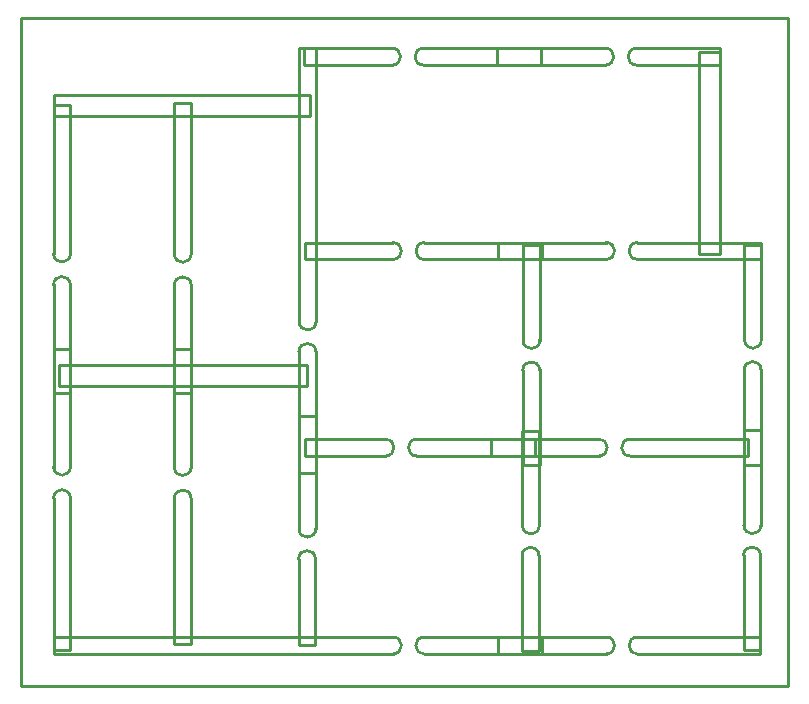
<source format=gko>
G04*
G04 #@! TF.GenerationSoftware,Altium Limited,Altium Designer,20.1.8 (145)*
G04*
G04 Layer_Color=16711935*
%FSLAX25Y25*%
%MOIN*%
G70*
G04*
G04 #@! TF.SameCoordinates,97AE0E28-4285-446D-9869-D3FBB0DEE563*
G04*
G04*
G04 #@! TF.FilePolarity,Positive*
G04*
G01*
G75*
%ADD14C,0.01000*%
D14*
X16535Y133661D02*
G03*
X10925Y133598I-2805J-46D01*
G01*
Y143996D02*
G03*
X16535Y144059I2805J46D01*
G01*
X10925Y72933D02*
G03*
X16535Y72996I2805J46D01*
G01*
Y62598D02*
G03*
X10925Y62535I-2805J-46D01*
G01*
X56791Y133563D02*
G03*
X51181Y133500I-2805J-46D01*
G01*
Y143898D02*
G03*
X56791Y143961I2805J46D01*
G01*
X51181Y72835D02*
G03*
X56791Y72898I2805J46D01*
G01*
Y62500D02*
G03*
X51181Y62437I-2805J-46D01*
G01*
X194882Y206890D02*
G03*
X194819Y212500I-46J2805D01*
G01*
X205217D02*
G03*
X205279Y206890I46J-2805D01*
G01*
X134153Y212500D02*
G03*
X134216Y206890I46J-2805D01*
G01*
X123819D02*
G03*
X123756Y212500I-46J2805D01*
G01*
X241043Y53445D02*
G03*
X246654Y53508I2805J46D01*
G01*
X246555Y43504D02*
G03*
X240945Y43441I-2805J-46D01*
G01*
X246752Y105315D02*
G03*
X241142Y105252I-2805J-46D01*
G01*
X241240Y115256D02*
G03*
X246850Y115319I2805J46D01*
G01*
X124114Y142126D02*
G03*
X124051Y147736I-46J2805D01*
G01*
X134449D02*
G03*
X134512Y142126I46J-2805D01*
G01*
X205512Y147736D02*
G03*
X205575Y142126I46J-2805D01*
G01*
X195177D02*
G03*
X195114Y147736I-46J2805D01*
G01*
X121653Y76575D02*
G03*
X121591Y82185I-46J2805D01*
G01*
X131988D02*
G03*
X132051Y76575I46J-2805D01*
G01*
X203051Y82185D02*
G03*
X203114Y76575I46J-2805D01*
G01*
X192717D02*
G03*
X192654Y82185I-46J2805D01*
G01*
X195177Y10630D02*
G03*
X195114Y16240I-46J2805D01*
G01*
X205512D02*
G03*
X205575Y10630I46J-2805D01*
G01*
X167421Y115157D02*
G03*
X173031Y115220I2805J46D01*
G01*
X172933Y105217D02*
G03*
X167323Y105154I-2805J-46D01*
G01*
X172736Y43406D02*
G03*
X167126Y43343I-2805J-46D01*
G01*
X167224Y53347D02*
G03*
X172835Y53409I2805J46D01*
G01*
X134449Y16240D02*
G03*
X134512Y10630I46J-2805D01*
G01*
X98327Y111368D02*
G03*
X92716Y111305I-2805J-46D01*
G01*
X92815Y121309D02*
G03*
X98425Y121372I2805J46D01*
G01*
X92716Y52264D02*
G03*
X98327Y52327I2805J46D01*
G01*
X98228Y42323D02*
G03*
X92618Y42260I-2805J-46D01*
G01*
X124114Y10630D02*
G03*
X124051Y16240I-46J2805D01*
G01*
X0Y0D02*
Y222441D01*
X255906D01*
Y0D02*
Y222441D01*
X0Y0D02*
X255906D01*
X11122Y189961D02*
X96260D01*
X11122D02*
Y196850D01*
X96260D01*
Y189961D02*
Y196850D01*
X12894Y99902D02*
X95472D01*
X12894D02*
Y106791D01*
X95472D01*
Y99902D02*
Y106791D01*
X10925Y97638D02*
Y133760D01*
X16535Y143898D02*
Y193504D01*
X10925Y143799D02*
Y193504D01*
X16535D01*
Y97638D02*
Y133858D01*
X10925Y97638D02*
X16535D01*
X10925Y11909D02*
X16535D01*
Y62795D01*
X10925Y112303D02*
X16535D01*
X10925Y72736D02*
Y112303D01*
X16535Y72835D02*
Y112303D01*
X10925Y11909D02*
Y62697D01*
X51181Y97539D02*
Y133661D01*
X56791Y143799D02*
Y194193D01*
X51181Y143701D02*
Y194193D01*
X56791D01*
Y97539D02*
Y133760D01*
X51181Y97539D02*
X56791D01*
X51181Y13976D02*
X56791D01*
Y62697D01*
X51181Y112205D02*
X56791D01*
X51181Y72638D02*
Y112205D01*
X56791Y72736D02*
Y112205D01*
X51181Y13976D02*
Y62598D01*
X226083Y143898D02*
X232972D01*
Y211122D01*
X226083D02*
X232972D01*
X226083Y143898D02*
Y211122D01*
X158858Y212500D02*
X194980D01*
X205118Y206890D02*
X232972D01*
X205020Y212500D02*
X232972D01*
Y206890D02*
Y212500D01*
X158858Y206890D02*
X195079D01*
X158858D02*
Y212500D01*
X94488Y206890D02*
Y212500D01*
Y206890D02*
X124016D01*
X173524D02*
Y212500D01*
X133957D02*
X173524D01*
X134055Y206890D02*
X173524D01*
X94488Y212500D02*
X123917D01*
X246654Y53347D02*
Y85138D01*
X241043Y53248D02*
Y85138D01*
X246654D01*
X246555Y11811D02*
Y43701D01*
X240945Y11811D02*
Y43602D01*
Y11811D02*
X246555D01*
X241142Y73622D02*
X246752D01*
X241142D02*
Y105413D01*
X246752Y73622D02*
Y105512D01*
X241240Y146949D02*
X246850D01*
X241240Y115059D02*
Y146949D01*
X246850Y115157D02*
Y146949D01*
X94784Y147736D02*
X124213D01*
X134350Y142126D02*
X173819D01*
X134252Y147736D02*
X173819D01*
Y142126D02*
Y147736D01*
X94784Y142126D02*
X124311D01*
X94784D02*
Y147736D01*
X159153Y142126D02*
Y147736D01*
Y142126D02*
X195374D01*
X246850D02*
Y147736D01*
X205315D02*
X246850D01*
X205413Y142126D02*
X246850D01*
X159153Y147736D02*
X195276D01*
X94784Y82185D02*
X121752D01*
X131890Y76575D02*
X171358D01*
X131791Y82185D02*
X171358D01*
Y76575D02*
Y82185D01*
X94784Y76575D02*
X121850D01*
X94784D02*
Y82185D01*
X156693Y76575D02*
Y82185D01*
Y76575D02*
X192913D01*
X242421D02*
Y82185D01*
X202854D02*
X242421D01*
X202953Y76575D02*
X242421D01*
X156693Y82185D02*
X192815D01*
X159153Y16240D02*
X195276D01*
X205413Y10630D02*
X246555D01*
X205315Y16240D02*
X246555D01*
Y10630D02*
Y16240D01*
X159153Y10630D02*
X195374D01*
X159153D02*
Y16240D01*
X92618Y13681D02*
X92716Y13583D01*
X92618Y13681D02*
Y42260D01*
X92716Y13583D02*
X98228D01*
Y42520D01*
X10925Y10630D02*
Y16240D01*
Y10630D02*
X124311D01*
X173819D02*
Y16240D01*
X173031Y115059D02*
Y146850D01*
X167421Y114961D02*
Y146850D01*
X173031D01*
X172933Y73524D02*
Y105413D01*
X167323Y73524D02*
Y105315D01*
Y73524D02*
X172933D01*
X167126Y11713D02*
X172736D01*
X167126D02*
Y43504D01*
X172736Y11713D02*
Y43602D01*
X167224Y85039D02*
X172835D01*
X167224Y53150D02*
Y85039D01*
X172835Y53248D02*
Y85039D01*
X134252Y16240D02*
X173819D01*
X134350Y10630D02*
X173819D01*
X92716Y71063D02*
X98327D01*
X92716D02*
Y111467D01*
X98327Y71063D02*
Y111565D01*
X92815Y212500D02*
X98425D01*
X92815Y121112D02*
Y212500D01*
X98425Y121211D02*
Y212500D01*
X98327Y52165D02*
Y89862D01*
X92716Y52067D02*
Y89862D01*
X98327D01*
X10925Y16240D02*
X124213D01*
M02*

</source>
